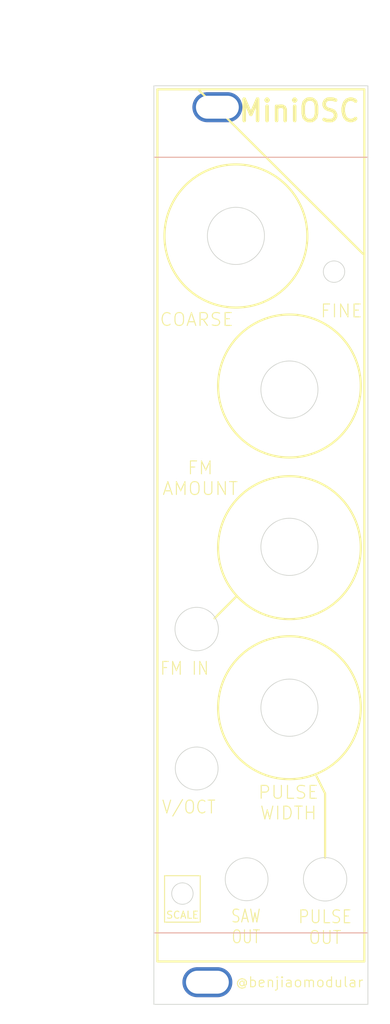
<source format=kicad_pcb>
(kicad_pcb (version 20171130) (host pcbnew 5.1.9+dfsg1-1~bpo10+1)

  (general
    (thickness 1.6)
    (drawings 87)
    (tracks 0)
    (zones 0)
    (modules 2)
    (nets 1)
  )

  (page A4)
  (layers
    (0 F.Cu signal)
    (31 B.Cu signal)
    (32 B.Adhes user)
    (33 F.Adhes user)
    (34 B.Paste user)
    (35 F.Paste user)
    (36 B.SilkS user)
    (37 F.SilkS user)
    (38 B.Mask user)
    (39 F.Mask user)
    (40 Dwgs.User user)
    (41 Cmts.User user)
    (42 Eco1.User user)
    (43 Eco2.User user)
    (44 Edge.Cuts user)
    (45 Margin user)
    (46 B.CrtYd user)
    (47 F.CrtYd user)
    (48 B.Fab user)
    (49 F.Fab user)
  )

  (setup
    (last_trace_width 0.5)
    (trace_clearance 0.2)
    (zone_clearance 0.508)
    (zone_45_only no)
    (trace_min 0.2)
    (via_size 0.8)
    (via_drill 0.4)
    (via_min_size 0.4)
    (via_min_drill 0.3)
    (uvia_size 0.3)
    (uvia_drill 0.1)
    (uvias_allowed no)
    (uvia_min_size 0.2)
    (uvia_min_drill 0.1)
    (edge_width 0.1)
    (segment_width 0.2)
    (pcb_text_width 0.3)
    (pcb_text_size 1.5 1.5)
    (mod_edge_width 0.15)
    (mod_text_size 1 1)
    (mod_text_width 0.15)
    (pad_size 1.524 1.524)
    (pad_drill 0.762)
    (pad_to_mask_clearance 0)
    (aux_axis_origin 0 0)
    (visible_elements FFFFFF7F)
    (pcbplotparams
      (layerselection 0x010fc_ffffffff)
      (usegerberextensions false)
      (usegerberattributes true)
      (usegerberadvancedattributes true)
      (creategerberjobfile true)
      (excludeedgelayer true)
      (linewidth 0.100000)
      (plotframeref false)
      (viasonmask false)
      (mode 1)
      (useauxorigin false)
      (hpglpennumber 1)
      (hpglpenspeed 20)
      (hpglpendiameter 15.000000)
      (psnegative false)
      (psa4output false)
      (plotreference true)
      (plotvalue true)
      (plotinvisibletext false)
      (padsonsilk false)
      (subtractmaskfromsilk false)
      (outputformat 1)
      (mirror false)
      (drillshape 0)
      (scaleselection 1)
      (outputdirectory "MiniOSC-rev1.2 - Front/"))
  )

  (net 0 "")

  (net_class Default "This is the default net class."
    (clearance 0.2)
    (trace_width 0.5)
    (via_dia 0.8)
    (via_drill 0.4)
    (uvia_dia 0.3)
    (uvia_drill 0.1)
  )

  (module benjiaomodular:MountingHole_M3 (layer F.Cu) (tedit 61B03C2C) (tstamp 61B0B773)
    (at 47.5 170.4)
    (fp_text reference REF** (at 0 0.5) (layer F.SilkS)
      (effects (font (size 1 1) (thickness 0.15)))
    )
    (fp_text value MountingHole_M3 (at 0 -0.5) (layer F.Fab)
      (effects (font (size 1 1) (thickness 0.15)))
    )
    (pad 1 thru_hole oval (at 0 0) (size 7 4.2) (drill oval 6 3.2) (layers *.Cu *.Mask))
  )

  (module benjiaomodular:MountingHole_M3 (layer F.Cu) (tedit 61B03B97) (tstamp 61B0B0D8)
    (at 48.9 48)
    (fp_text reference REF** (at 0 0.5) (layer F.SilkS)
      (effects (font (size 1 1) (thickness 0.15)))
    )
    (fp_text value MountingHole_M3 (at 0 -0.5) (layer F.Fab)
      (effects (font (size 1 1) (thickness 0.15)))
    )
    (pad 1 thru_hole oval (at 0 0) (size 7 4.2) (drill oval 6 3.2) (layers *.Cu *.Mask))
  )

  (dimension 7.5 (width 0.15) (layer Dwgs.User)
    (gr_text "7.500 mm" (at 45.15 40.1) (layer Dwgs.User)
      (effects (font (size 1 1) (thickness 0.15)))
    )
    (feature1 (pts (xy 48.9 47.9) (xy 48.9 40.813579)))
    (feature2 (pts (xy 41.4 47.9) (xy 41.4 40.813579)))
    (crossbar (pts (xy 41.4 41.4) (xy 48.9 41.4)))
    (arrow1a (pts (xy 48.9 41.4) (xy 47.773496 41.986421)))
    (arrow1b (pts (xy 48.9 41.4) (xy 47.773496 40.813579)))
    (arrow2a (pts (xy 41.4 41.4) (xy 42.526504 41.986421)))
    (arrow2b (pts (xy 41.4 41.4) (xy 42.526504 40.813579)))
  )
  (dimension 1.4 (width 0.15) (layer Dwgs.User)
    (gr_text "1.400 mm" (at 37.4 45.7 270) (layer Dwgs.User)
      (effects (font (size 1 1) (thickness 0.15)))
    )
    (feature1 (pts (xy 41.4 46.4) (xy 38.113579 46.4)))
    (feature2 (pts (xy 41.4 45) (xy 38.113579 45)))
    (crossbar (pts (xy 38.7 45) (xy 38.7 46.4)))
    (arrow1a (pts (xy 38.7 46.4) (xy 38.113579 45.273496)))
    (arrow1b (pts (xy 38.7 46.4) (xy 39.286421 45.273496)))
    (arrow2a (pts (xy 38.7 45) (xy 38.113579 46.126504)))
    (arrow2b (pts (xy 38.7 45) (xy 39.286421 46.126504)))
  )
  (dimension 1.4 (width 0.15) (layer Dwgs.User)
    (gr_text "1.400 mm" (at 40.7 42.2) (layer Dwgs.User)
      (effects (font (size 1 1) (thickness 0.15)))
    )
    (feature1 (pts (xy 41.4 47.9) (xy 41.4 42.913579)))
    (feature2 (pts (xy 40 47.9) (xy 40 42.913579)))
    (crossbar (pts (xy 40 43.5) (xy 41.4 43.5)))
    (arrow1a (pts (xy 41.4 43.5) (xy 40.273496 44.086421)))
    (arrow1b (pts (xy 41.4 43.5) (xy 40.273496 42.913579)))
    (arrow2a (pts (xy 40 43.5) (xy 41.126504 44.086421)))
    (arrow2b (pts (xy 40 43.5) (xy 41.126504 42.913579)))
  )
  (dimension 7.5 (width 0.15) (layer Dwgs.User)
    (gr_text "7.500 mm" (at 43.75 169.1) (layer Dwgs.User)
      (effects (font (size 1 1) (thickness 0.15)))
    )
    (feature1 (pts (xy 40 172.6) (xy 40 169.813579)))
    (feature2 (pts (xy 47.5 172.6) (xy 47.5 169.813579)))
    (crossbar (pts (xy 47.5 170.4) (xy 40 170.4)))
    (arrow1a (pts (xy 40 170.4) (xy 41.126504 169.813579)))
    (arrow1b (pts (xy 40 170.4) (xy 41.126504 170.986421)))
    (arrow2a (pts (xy 47.5 170.4) (xy 46.373496 169.813579)))
    (arrow2b (pts (xy 47.5 170.4) (xy 46.373496 170.986421)))
  )
  (dimension 1.4 (width 0.15) (layer Dwgs.User)
    (gr_text "1.400 mm" (at 69.3 176.9) (layer Dwgs.User)
      (effects (font (size 1 1) (thickness 0.15)))
    )
    (feature1 (pts (xy 68.6 170.5) (xy 68.6 176.186421)))
    (feature2 (pts (xy 70 170.5) (xy 70 176.186421)))
    (crossbar (pts (xy 70 175.6) (xy 68.6 175.6)))
    (arrow1a (pts (xy 68.6 175.6) (xy 69.726504 175.013579)))
    (arrow1b (pts (xy 68.6 175.6) (xy 69.726504 176.186421)))
    (arrow2a (pts (xy 70 175.6) (xy 68.873496 175.013579)))
    (arrow2b (pts (xy 70 175.6) (xy 68.873496 176.186421)))
  )
  (dimension 1.6 (width 0.15) (layer Dwgs.User)
    (gr_text "1.600 mm" (at 52.3 47.21 90) (layer Dwgs.User)
      (effects (font (size 1 1) (thickness 0.15)))
    )
    (feature1 (pts (xy 47.52 46.41) (xy 51.586421 46.41)))
    (feature2 (pts (xy 47.52 48.01) (xy 51.586421 48.01)))
    (crossbar (pts (xy 51 48.01) (xy 51 46.41)))
    (arrow1a (pts (xy 51 46.41) (xy 51.586421 47.536504)))
    (arrow1b (pts (xy 51 46.41) (xy 50.413579 47.536504)))
    (arrow2a (pts (xy 51 48.01) (xy 51.586421 46.883496)))
    (arrow2b (pts (xy 51 48.01) (xy 50.413579 46.883496)))
  )
  (gr_line (start 70 45) (end 70 66) (layer Edge.Cuts) (width 0.1))
  (dimension 11 (width 0.15) (layer Dwgs.User)
    (gr_text "11.000 mm" (at 64.5 136.3) (layer Dwgs.User)
      (effects (font (size 1 1) (thickness 0.15)))
    )
    (feature1 (pts (xy 70 132) (xy 70 135.586421)))
    (feature2 (pts (xy 59 132) (xy 59 135.586421)))
    (crossbar (pts (xy 59 135) (xy 70 135)))
    (arrow1a (pts (xy 70 135) (xy 68.873496 135.586421)))
    (arrow1b (pts (xy 70 135) (xy 68.873496 134.413579)))
    (arrow2a (pts (xy 59 135) (xy 60.126504 135.586421)))
    (arrow2b (pts (xy 59 135) (xy 60.126504 134.413579)))
  )
  (dimension 13 (width 0.15) (layer Dwgs.User)
    (gr_text "13.000 mm" (at 46.5 164.8) (layer Dwgs.User)
      (effects (font (size 1 1) (thickness 0.15)))
    )
    (feature1 (pts (xy 40 161) (xy 40 164.086421)))
    (feature2 (pts (xy 53 161) (xy 53 164.086421)))
    (crossbar (pts (xy 53 163.5) (xy 40 163.5)))
    (arrow1a (pts (xy 40 163.5) (xy 41.126504 162.913579)))
    (arrow1b (pts (xy 40 163.5) (xy 41.126504 164.086421)))
    (arrow2a (pts (xy 53 163.5) (xy 51.873496 162.913579)))
    (arrow2b (pts (xy 53 163.5) (xy 51.873496 164.086421)))
  )
  (dimension 6 (width 0.15) (layer Dwgs.User)
    (gr_text "6.000 mm" (at 67 159.8) (layer Dwgs.User)
      (effects (font (size 1 1) (thickness 0.15)))
    )
    (feature1 (pts (xy 70 156) (xy 70 159.086421)))
    (feature2 (pts (xy 64 156) (xy 64 159.086421)))
    (crossbar (pts (xy 64 158.5) (xy 70 158.5)))
    (arrow1a (pts (xy 70 158.5) (xy 68.873496 159.086421)))
    (arrow1b (pts (xy 70 158.5) (xy 68.873496 157.913579)))
    (arrow2a (pts (xy 64 158.5) (xy 65.126504 159.086421)))
    (arrow2b (pts (xy 64 158.5) (xy 65.126504 157.913579)))
  )
  (dimension 17 (width 0.15) (layer Dwgs.User)
    (gr_text "17.000 mm" (at 61.5 149.2) (layer Dwgs.User)
      (effects (font (size 1 1) (thickness 0.15)))
    )
    (feature1 (pts (xy 70 156) (xy 70 149.913579)))
    (feature2 (pts (xy 53 156) (xy 53 149.913579)))
    (crossbar (pts (xy 53 150.5) (xy 70 150.5)))
    (arrow1a (pts (xy 70 150.5) (xy 68.873496 151.086421)))
    (arrow1b (pts (xy 70 150.5) (xy 68.873496 149.913579)))
    (arrow2a (pts (xy 53 150.5) (xy 54.126504 151.086421)))
    (arrow2b (pts (xy 53 150.5) (xy 54.126504 149.913579)))
  )
  (dimension 4 (width 0.15) (layer Dwgs.User)
    (gr_text "4.000 mm" (at 42 153.200001) (layer Dwgs.User)
      (effects (font (size 1 1) (thickness 0.15)))
    )
    (feature1 (pts (xy 40 158) (xy 40 153.91358)))
    (feature2 (pts (xy 44 158) (xy 44 153.91358)))
    (crossbar (pts (xy 44 154.500001) (xy 40 154.500001)))
    (arrow1a (pts (xy 40 154.500001) (xy 41.126504 153.91358)))
    (arrow1b (pts (xy 40 154.500001) (xy 41.126504 155.086422)))
    (arrow2a (pts (xy 44 154.500001) (xy 42.873496 153.91358)))
    (arrow2b (pts (xy 44 154.500001) (xy 42.873496 155.086422)))
  )
  (dimension 6 (width 0.15) (layer Dwgs.User)
    (gr_text "6.000 mm" (at 43 137.200001) (layer Dwgs.User)
      (effects (font (size 1 1) (thickness 0.15)))
    )
    (feature1 (pts (xy 40 140.5) (xy 40 137.91358)))
    (feature2 (pts (xy 46 140.5) (xy 46 137.91358)))
    (crossbar (pts (xy 46 138.500001) (xy 40 138.500001)))
    (arrow1a (pts (xy 40 138.500001) (xy 41.126504 137.91358)))
    (arrow1b (pts (xy 40 138.500001) (xy 41.126504 139.086422)))
    (arrow2a (pts (xy 46 138.500001) (xy 44.873496 137.91358)))
    (arrow2b (pts (xy 46 138.500001) (xy 44.873496 139.086422)))
  )
  (dimension 6 (width 0.15) (layer Dwgs.User)
    (gr_text "6.000 mm" (at 43 117.2) (layer Dwgs.User)
      (effects (font (size 1 1) (thickness 0.15)))
    )
    (feature1 (pts (xy 40 121) (xy 40 117.913579)))
    (feature2 (pts (xy 46 121) (xy 46 117.913579)))
    (crossbar (pts (xy 46 118.5) (xy 40 118.5)))
    (arrow1a (pts (xy 40 118.5) (xy 41.126504 117.913579)))
    (arrow1b (pts (xy 40 118.5) (xy 41.126504 119.086421)))
    (arrow2a (pts (xy 46 118.5) (xy 44.873496 117.913579)))
    (arrow2b (pts (xy 46 118.5) (xy 44.873496 119.086421)))
  )
  (dimension 11 (width 0.15) (layer Dwgs.User)
    (gr_text "11.000 mm" (at 64.5 105.7) (layer Dwgs.User)
      (effects (font (size 1 1) (thickness 0.15)))
    )
    (feature1 (pts (xy 70 109.5) (xy 70 106.413579)))
    (feature2 (pts (xy 59 109.5) (xy 59 106.413579)))
    (crossbar (pts (xy 59 107) (xy 70 107)))
    (arrow1a (pts (xy 70 107) (xy 68.873496 107.586421)))
    (arrow1b (pts (xy 70 107) (xy 68.873496 106.413579)))
    (arrow2a (pts (xy 59 107) (xy 60.126504 107.586421)))
    (arrow2b (pts (xy 59 107) (xy 60.126504 106.413579)))
  )
  (dimension 11 (width 0.15) (layer Dwgs.User)
    (gr_text "11.000 mm" (at 64.5 83.7) (layer Dwgs.User)
      (effects (font (size 1 1) (thickness 0.15)))
    )
    (feature1 (pts (xy 70 87.5) (xy 70 84.413579)))
    (feature2 (pts (xy 59 87.5) (xy 59 84.413579)))
    (crossbar (pts (xy 59 85) (xy 70 85)))
    (arrow1a (pts (xy 70 85) (xy 68.873496 85.586421)))
    (arrow1b (pts (xy 70 85) (xy 68.873496 84.413579)))
    (arrow2a (pts (xy 59 85) (xy 60.126504 85.586421)))
    (arrow2b (pts (xy 59 85) (xy 60.126504 84.413579)))
  )
  (dimension 11.500007 (width 0.15) (layer Dwgs.User)
    (gr_text "11.500 mm" (at 45.753585 62.70625 -0.0622381388) (layer Dwgs.User)
      (effects (font (size 1 1) (thickness 0.15)))
    )
    (feature1 (pts (xy 40 66) (xy 40.00281 63.413583)))
    (feature2 (pts (xy 51.5 66.012492) (xy 51.50281 63.426075)))
    (crossbar (pts (xy 51.502173 64.012495) (xy 40.002173 64.000003)))
    (arrow1a (pts (xy 40.002173 64.000003) (xy 41.129313 63.414806)))
    (arrow1b (pts (xy 40.002173 64.000003) (xy 41.128039 64.587647)))
    (arrow2a (pts (xy 51.502173 64.012495) (xy 50.376307 63.424851)))
    (arrow2b (pts (xy 51.502173 64.012495) (xy 50.375033 64.597692)))
  )
  (gr_line (start 40 163.5) (end 70 163.5) (layer B.SilkS) (width 0.15))
  (gr_line (start 70 55) (end 40 55) (layer B.SilkS) (width 0.15))
  (gr_text @benjiaomodular (at 60.4 170.4) (layer F.SilkS)
    (effects (font (size 1.4 1.4) (thickness 0.15)))
  )
  (gr_line (start 69.998751 145) (end 70 173.5) (layer Edge.Cuts) (width 0.1) (tstamp 6185EC88))
  (dimension 10 (width 0.15) (layer Dwgs.User)
    (gr_text "10.000 mm" (at 22.1 53 270) (layer Dwgs.User)
      (effects (font (size 1 1) (thickness 0.15)))
    )
    (feature1 (pts (xy 27.4 58) (xy 22.813579 58)))
    (feature2 (pts (xy 27.4 48) (xy 22.813579 48)))
    (crossbar (pts (xy 23.4 48) (xy 23.4 58)))
    (arrow1a (pts (xy 23.4 58) (xy 22.813579 56.873496)))
    (arrow1b (pts (xy 23.4 58) (xy 23.986421 56.873496)))
    (arrow2a (pts (xy 23.4 48) (xy 22.813579 49.126504)))
    (arrow2b (pts (xy 23.4 48) (xy 23.986421 49.126504)))
  )
  (gr_circle (center 65.25 71) (end 66.75 71) (layer Edge.Cuts) (width 0.1))
  (gr_line (start 69.5 45.5) (end 69.5 66.5) (layer F.SilkS) (width 0.3) (tstamp 61854CF9))
  (gr_line (start 40.5 45.5) (end 69.5 45.5) (layer F.SilkS) (width 0.3))
  (gr_text "FM\nAMOUNT" (at 46.5 99.9) (layer F.SilkS)
    (effects (font (size 1.8 1.8) (thickness 0.15)))
  )
  (gr_text "PULSE\nWIDTH" (at 58.856124 145.289888) (layer F.SilkS)
    (effects (font (size 1.8 1.8) (thickness 0.15)))
  )
  (gr_line (start 34.5 170.5) (end 70 170.5) (layer Eco1.User) (width 0.15))
  (gr_line (start 41.5 162) (end 41.5 155.5) (layer F.SilkS) (width 0.15))
  (gr_line (start 46.5 162) (end 41.5 162) (layer F.SilkS) (width 0.15))
  (gr_line (start 46.5 155.5) (end 46.5 162) (layer F.SilkS) (width 0.15))
  (gr_line (start 41.5 155.5) (end 46.5 155.5) (layer F.SilkS) (width 0.15))
  (gr_text SCALE (at 44 161) (layer F.SilkS)
    (effects (font (size 1 1) (thickness 0.15)))
  )
  (gr_circle (center 44 158) (end 45.5 158) (layer Edge.Cuts) (width 0.1))
  (gr_line (start 69.5 167.5) (end 69.5 66.5) (layer F.SilkS) (width 0.3) (tstamp 61852452))
  (gr_line (start 40.5 167.5) (end 69.5 167.5) (layer F.SilkS) (width 0.3))
  (gr_line (start 40.5 45.5) (end 40.5 167.5) (layer F.SilkS) (width 0.3))
  (gr_line (start 46.3 45.6) (end 69.3 68.5) (layer F.SilkS) (width 0.3))
  (gr_text MiniOSC (at 60.4 48.5) (layer F.SilkS)
    (effects (font (size 3 2.8) (thickness 0.5)))
  )
  (gr_line (start 48.5 119.5) (end 51.5 116.5) (layer F.SilkS) (width 0.3) (tstamp 61851162))
  (gr_line (start 64 144) (end 62.8 141.6) (layer F.SilkS) (width 0.3))
  (gr_line (start 64 153) (end 64 144) (layer F.SilkS) (width 0.3))
  (gr_text V/OCT (at 44.9 145.9) (layer F.SilkS)
    (effects (font (size 1.8 1.6) (thickness 0.15)))
  )
  (gr_text "SAW\nOUT" (at 52.9 162.6) (layer F.SilkS)
    (effects (font (size 1.8 1.4) (thickness 0.15)))
  )
  (gr_text "PULSE\nOUT" (at 64 162.7) (layer F.SilkS)
    (effects (font (size 1.8 1.6) (thickness 0.15)))
  )
  (gr_text "FM IN" (at 44.3 126.5) (layer F.SilkS)
    (effects (font (size 1.8 1.6) (thickness 0.15)))
  )
  (gr_text FINE (at 66.3 76.5) (layer F.SilkS)
    (effects (font (size 1.8 1.8) (thickness 0.15)))
  )
  (gr_text COARSE (at 46 77.7) (layer F.SilkS)
    (effects (font (size 1.8 1.8) (thickness 0.15)))
  )
  (gr_circle (center 59 132) (end 69 132) (layer F.SilkS) (width 0.3))
  (gr_circle (center 51.5 66.012492) (end 61.512492 66.012492) (layer F.SilkS) (width 0.3))
  (gr_circle (center 59 87) (end 69 87) (layer F.SilkS) (width 0.3))
  (gr_circle (center 59 109.611874) (end 69 109.5) (layer F.SilkS) (width 0.3))
  (gr_circle (center 59 132) (end 63 132) (layer Edge.Cuts) (width 0.1))
  (gr_circle (center 59 109.5) (end 63 109.5) (layer Edge.Cuts) (width 0.1))
  (gr_circle (center 59 87.5) (end 63 87.5) (layer Edge.Cuts) (width 0.1))
  (gr_circle (center 51.5 66) (end 55.5 66) (layer Edge.Cuts) (width 0.1))
  (gr_circle (center 53 156) (end 56 156) (layer Edge.Cuts) (width 0.1))
  (gr_circle (center 64 156) (end 67 156.5) (layer Edge.Cuts) (width 0.1))
  (gr_circle (center 46 140.5) (end 49 140.5) (layer Edge.Cuts) (width 0.1))
  (gr_circle (center 46 121) (end 49 121.5) (layer Edge.Cuts) (width 0.1))
  (gr_line (start 48 148) (end 48 162.5) (layer Eco1.User) (width 0.15) (tstamp 6184E99A))
  (gr_line (start 58 148) (end 48 148) (layer Eco1.User) (width 0.15) (tstamp 6184E999))
  (gr_line (start 58 162.5) (end 58 148) (layer Eco1.User) (width 0.15) (tstamp 6184E998))
  (gr_line (start 48 162.5) (end 58 162.5) (layer Eco1.User) (width 0.15) (tstamp 6184E997))
  (gr_line (start 59 148) (end 59 162.5) (layer Eco1.User) (width 0.15) (tstamp 6184E99A))
  (gr_line (start 69 148) (end 59 148) (layer Eco1.User) (width 0.15) (tstamp 6184E999))
  (gr_line (start 69 162.5) (end 69 148) (layer Eco1.User) (width 0.15) (tstamp 6184E998))
  (gr_line (start 59 162.5) (end 69 162.5) (layer Eco1.User) (width 0.15) (tstamp 6184E997))
  (gr_line (start 41 132.5) (end 41 147) (layer Eco1.User) (width 0.15) (tstamp 6184E99A))
  (gr_line (start 51 132.5) (end 41 132.5) (layer Eco1.User) (width 0.15) (tstamp 6184E999))
  (gr_line (start 51 147) (end 51 132.5) (layer Eco1.User) (width 0.15) (tstamp 6184E998))
  (gr_line (start 41 147) (end 51 147) (layer Eco1.User) (width 0.15) (tstamp 6184E997))
  (gr_line (start 51 113) (end 41 113) (layer Eco1.User) (width 0.15) (tstamp 6184E974))
  (gr_line (start 51 127.5) (end 51 113) (layer Eco1.User) (width 0.15))
  (gr_line (start 41 127.5) (end 51 127.5) (layer Eco1.User) (width 0.15))
  (gr_line (start 41 113) (end 41 127.5) (layer Eco1.User) (width 0.15))
  (dimension 11.5 (width 0.15) (layer Dwgs.User)
    (gr_text "11.500 mm" (at 45.75 33.7) (layer Dwgs.User)
      (effects (font (size 1 1) (thickness 0.15)))
    )
    (feature1 (pts (xy 51.5 39) (xy 51.5 34.413579)))
    (feature2 (pts (xy 40 39) (xy 40 34.413579)))
    (crossbar (pts (xy 40 35) (xy 51.5 35)))
    (arrow1a (pts (xy 51.5 35) (xy 50.373496 35.586421)))
    (arrow1b (pts (xy 51.5 35) (xy 50.373496 34.413579)))
    (arrow2a (pts (xy 40 35) (xy 41.126504 35.586421)))
    (arrow2b (pts (xy 40 35) (xy 41.126504 34.413579)))
  )
  (gr_line (start 70 163.5) (end 40 163.5) (layer Eco1.User) (width 0.15))
  (dimension 10 (width 0.15) (layer Dwgs.User)
    (gr_text "10.000 mm" (at 29.1 165.6 270) (layer Dwgs.User)
      (effects (font (size 1 1) (thickness 0.15)))
    )
    (feature1 (pts (xy 34.1 170.6) (xy 29.813579 170.6)))
    (feature2 (pts (xy 34.1 160.6) (xy 29.813579 160.6)))
    (crossbar (pts (xy 30.4 160.6) (xy 30.4 170.6)))
    (arrow1a (pts (xy 30.4 170.6) (xy 29.813579 169.473496)))
    (arrow1b (pts (xy 30.4 170.6) (xy 30.986421 169.473496)))
    (arrow2a (pts (xy 30.4 160.6) (xy 29.813579 161.726504)))
    (arrow2b (pts (xy 30.4 160.6) (xy 30.986421 161.726504)))
  )
  (gr_line (start 70 173.5) (end 40 173.5) (layer Edge.Cuts) (width 0.1) (tstamp 6184DDE4))
  (gr_line (start 70 66) (end 69.998751 145) (layer Edge.Cuts) (width 0.1))
  (gr_line (start 40 45) (end 70 45) (layer Edge.Cuts) (width 0.1))
  (gr_line (start 40 45) (end 40 173.5) (layer Edge.Cuts) (width 0.1))
  (dimension 30 (width 0.15) (layer Dwgs.User)
    (gr_text "30.000 mm" (at 55 38.7) (layer Dwgs.User)
      (effects (font (size 1 1) (thickness 0.15)))
    )
    (feature1 (pts (xy 70 45) (xy 70 39.413579)))
    (feature2 (pts (xy 40 45) (xy 40 39.413579)))
    (crossbar (pts (xy 40 40) (xy 70 40)))
    (arrow1a (pts (xy 70 40) (xy 68.873496 40.586421)))
    (arrow1b (pts (xy 70 40) (xy 68.873496 39.413579)))
    (arrow2a (pts (xy 40 40) (xy 41.126504 40.586421)))
    (arrow2b (pts (xy 40 40) (xy 41.126504 39.413579)))
  )
  (dimension 3 (width 0.15) (layer Dwgs.User)
    (gr_text "3.000 mm" (at 23.7 172 90) (layer Dwgs.User)
      (effects (font (size 1 1) (thickness 0.15)))
    )
    (feature1 (pts (xy 29 170.5) (xy 24.413579 170.5)))
    (feature2 (pts (xy 29 173.5) (xy 24.413579 173.5)))
    (crossbar (pts (xy 25 173.5) (xy 25 170.5)))
    (arrow1a (pts (xy 25 170.5) (xy 25.586421 171.626504)))
    (arrow1b (pts (xy 25 170.5) (xy 24.413579 171.626504)))
    (arrow2a (pts (xy 25 173.5) (xy 25.586421 172.373496)))
    (arrow2b (pts (xy 25 173.5) (xy 24.413579 172.373496)))
  )
  (dimension 3 (width 0.15) (layer Dwgs.User)
    (gr_text "3.000 mm" (at 28.7 46.5 270) (layer Dwgs.User)
      (effects (font (size 1 1) (thickness 0.15)))
    )
    (feature1 (pts (xy 34 48) (xy 29.413579 48)))
    (feature2 (pts (xy 34 45) (xy 29.413579 45)))
    (crossbar (pts (xy 30 45) (xy 30 48)))
    (arrow1a (pts (xy 30 48) (xy 29.413579 46.873496)))
    (arrow1b (pts (xy 30 48) (xy 30.586421 46.873496)))
    (arrow2a (pts (xy 30 45) (xy 29.413579 46.126504)))
    (arrow2b (pts (xy 30 45) (xy 30.586421 46.126504)))
  )
  (dimension 128.5 (width 0.15) (layer Dwgs.User)
    (gr_text "128.500 mm" (at 33.7 109.25 270) (layer Dwgs.User)
      (effects (font (size 1 1) (thickness 0.15)))
    )
    (feature1 (pts (xy 40 173.5) (xy 34.413579 173.5)))
    (feature2 (pts (xy 40 45) (xy 34.413579 45)))
    (crossbar (pts (xy 35 45) (xy 35 173.5)))
    (arrow1a (pts (xy 35 173.5) (xy 34.413579 172.373496)))
    (arrow1b (pts (xy 35 173.5) (xy 35.586421 172.373496)))
    (arrow2a (pts (xy 35 45) (xy 34.413579 46.126504)))
    (arrow2b (pts (xy 35 45) (xy 35.586421 46.126504)))
  )

)

</source>
